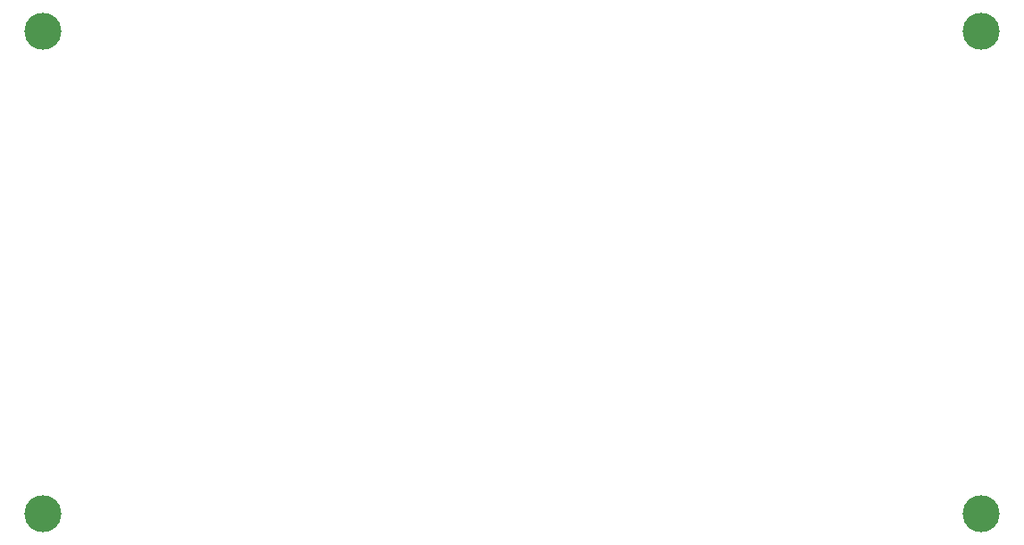
<source format=gbr>
%TF.GenerationSoftware,KiCad,Pcbnew,(6.0.1)*%
%TF.CreationDate,2022-04-25T15:26:21-04:00*%
%TF.ProjectId,Driver,44726976-6572-42e6-9b69-6361645f7063,rev?*%
%TF.SameCoordinates,Original*%
%TF.FileFunction,NonPlated,1,2,NPTH,Drill*%
%TF.FilePolarity,Positive*%
%FSLAX46Y46*%
G04 Gerber Fmt 4.6, Leading zero omitted, Abs format (unit mm)*
G04 Created by KiCad (PCBNEW (6.0.1)) date 2022-04-25 15:26:21*
%MOMM*%
%LPD*%
G01*
G04 APERTURE LIST*
%TA.AperFunction,ComponentDrill*%
%ADD10C,3.500000*%
%TD*%
G04 APERTURE END LIST*
D10*
%TO.C,REF4*%
X83820000Y-78740000D03*
%TO.C,REF1*%
X83820000Y-124460000D03*
%TO.C,REF3*%
X172720000Y-78740000D03*
%TO.C,REF2*%
X172720000Y-124460000D03*
M02*

</source>
